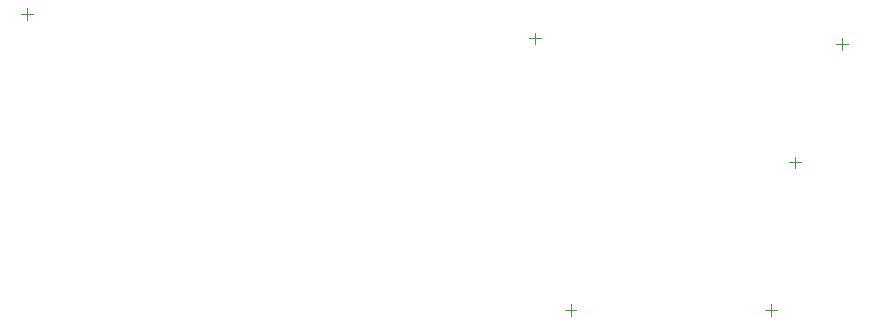
<source format=gbr>
G04*
G04 #@! TF.GenerationSoftware,Altium Limited,Altium Designer,24.6.1 (21)*
G04*
G04 Layer_Color=0*
%FSLAX25Y25*%
%MOIN*%
G70*
G04*
G04 #@! TF.SameCoordinates,E7B071F1-E274-4D6C-8170-77C2E5B523DC*
G04*
G04*
G04 #@! TF.FilePolarity,Positive*
G04*
G01*
G75*
%ADD15C,0.00394*%
%ADD74C,0.00197*%
D15*
X206693Y125984D02*
X210630D01*
X208661Y124016D02*
Y127953D01*
X293307Y84646D02*
X297244D01*
X295276Y82677D02*
Y86614D01*
X311024Y122047D02*
Y125984D01*
X309055Y124016D02*
X312992D01*
X39370Y132074D02*
Y136011D01*
X37402Y134042D02*
X41339D01*
D74*
X287402Y33465D02*
Y37402D01*
X285433Y35433D02*
X289370D01*
X220473Y33465D02*
Y37402D01*
X218504Y35433D02*
X222441D01*
M02*

</source>
